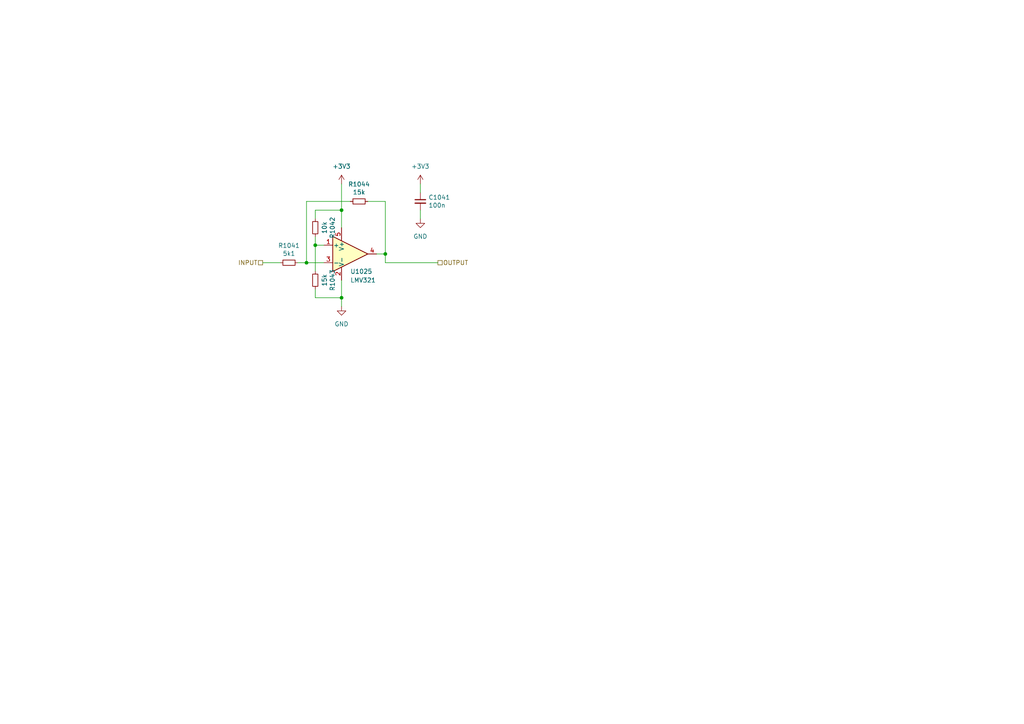
<source format=kicad_sch>
(kicad_sch (version 20231120) (generator "eeschema") (generator_version "8.0")
  (paper "A4")
  (lib_symbols
    (symbol "Amplifier_Operational:LM321" (pin_names (offset 0.127))
      (property "Reference" "U" (at 0 7.62 0))
      (property "Value" "LM321" (at 0 5.08 0))
      (symbol "LM321_0_1"
        (polyline (pts (xy -5.08 5.08) (xy 5.08 0) (xy -5.08 -5.08) (xy -5.08 5.08)) (stroke (width 0.254)) (fill (type background)))
      )
      (symbol "LM321_1_1"
        (pin input line (at -7.62 2.54 0) (length 2.54) (name "+") (number "1"))
        (pin power_in line (at -2.54 -7.62 90) (length 3.81) (name "V-") (number "2"))
        (pin input line (at -7.62 -2.54 0) (length 2.54) (name "-") (number "3"))
        (pin output line (at 7.62 0 180) (length 2.54) (name "~") (number "4"))
        (pin power_in line (at -2.54 7.62 270) (length 3.81) (name "V+") (number "5"))
      )
    )
    (symbol "power:+3V3" (power) (pin_names (offset 0))
      (property "Value" "+3V3" (at 0 3.556 0))
      (symbol "+3V3_0_1"
        (polyline (pts (xy -0.762 1.27) (xy 0 2.54)))
        (polyline (pts (xy 0 0) (xy 0 2.54)))
        (polyline (pts (xy 0 2.54) (xy 0.762 1.27)))
      )
      (symbol "+3V3_1_1"
        (pin power_in line (at 0 0 90) (length 0) hide (name "+3V3") (number "1"))
      )
    )
    (symbol "power:GND" (power) (pin_names (offset 0))
      (property "Value" "GND" (at 0 -3.81 0))
      (symbol "GND_0_1"
        (polyline (pts (xy 0 0) (xy 0 -1.27) (xy 1.27 -1.27) (xy 0 -2.54) (xy -1.27 -1.27) (xy 0 -1.27)))
      )
      (symbol "GND_1_1"
        (pin power_in line (at 0 0 270) (length 0) hide (name "GND") (number "1"))
      )
    )
    (symbol "suku_basics:CAP" (pin_numbers hide) (pin_names (offset 0.254) hide)
      (property "Reference" "C" (at 0.254 1.778 0))
      (symbol "CAP_0_1"
        (polyline (pts (xy -1.524 -0.508) (xy 1.524 -0.508)) (stroke (width 0.3302)))
        (polyline (pts (xy -1.524 0.508) (xy 1.524 0.508)) (stroke (width 0.3048)))
      )
      (symbol "CAP_1_1"
        (pin passive line (at 0 2.54 270) (length 2.032) (name "~") (number "1"))
        (pin passive line (at 0 -2.54 90) (length 2.032) (name "~") (number "2"))
      )
    )
    (symbol "suku_basics:RES" (pin_numbers hide) (pin_names (offset 0.254) hide)
      (property "Reference" "R" (at 0.762 0.508 0))
      (symbol "RES_1_1"
        (rectangle (start -0.762 1.778) (end 0.762 -1.778) (stroke (width 0.2032)))
        (pin passive line (at 0 2.54 270) (length 0.762) (name "~") (number "1"))
        (pin passive line (at 0 -2.54 90) (length 0.762) (name "~") (number "2"))
      )
    )
  )
  (junction (at 111.76 73.66))
  (junction (at 91.44 71.12))
  (junction (at 99.06 60.96))
  (junction (at 99.06 86.36))
  (junction (at 88.9 76.2))
  (wire (pts (xy 91.44 63.5) (xy 91.44 60.96)))
  (wire (pts (xy 88.9 76.2) (xy 93.98 76.2)))
  (wire (pts (xy 111.76 76.2) (xy 127 76.2)))
  (wire (pts (xy 101.6 58.42) (xy 88.9 58.42)))
  (wire (pts (xy 91.44 86.36) (xy 99.06 86.36)))
  (wire (pts (xy 91.44 71.12) (xy 91.44 78.74)))
  (wire (pts (xy 88.9 58.42) (xy 88.9 76.2)))
  (wire (pts (xy 86.36 76.2) (xy 88.9 76.2)))
  (wire (pts (xy 111.76 58.42) (xy 111.76 73.66)))
  (wire (pts (xy 99.06 86.36) (xy 99.06 81.28)))
  (wire (pts (xy 99.06 53.34) (xy 99.06 60.96)))
  (wire (pts (xy 111.76 73.66) (xy 111.76 76.2)))
  (wire (pts (xy 99.06 60.96) (xy 99.06 66.04)))
  (wire (pts (xy 93.98 71.12) (xy 91.44 71.12)))
  (wire (pts (xy 76.2 76.2) (xy 81.28 76.2)))
  (wire (pts (xy 91.44 71.12) (xy 91.44 68.58)))
  (wire (pts (xy 121.92 53.34) (xy 121.92 55.88)))
  (wire (pts (xy 111.76 73.66) (xy 109.22 73.66)))
  (wire (pts (xy 121.92 60.96) (xy 121.92 63.5)))
  (wire (pts (xy 91.44 83.82) (xy 91.44 86.36)))
  (wire (pts (xy 91.44 60.96) (xy 99.06 60.96)))
  (wire (pts (xy 99.06 88.9) (xy 99.06 86.36)))
  (wire (pts (xy 106.68 58.42) (xy 111.76 58.42)))
  (hierarchical_label "OUTPUT" (shape passive) (at 127 76.2 0))
  (hierarchical_label "INPUT" (shape passive) (at 76.2 76.2 180))
  (symbol (lib_id "suku_basics:RES") (at 91.44 66.04 180) (unit 1)
    (property "Reference" "R1042" (at 96.4184 66.04 90))
    (property "Value" "10k" (at 94.107 66.04 90))
    (property "Footprint" "suku_basics:RES_0402" (effects (hide yes)))
    (instances (project "PCBA-BU16" (path "" (reference "R1042") (unit 1)) (path "" (reference "R1034") (unit 1)) (path "" (reference "R1018") (unit 1)) (path "" (reference "R1022") (unit 1)) (path "" (reference "R1026") (unit 1)) (path "" (reference "R1030") (unit 1)) (path "" (reference "R1046") (unit 1)) (path "" (reference "R1038") (unit 1)) (path "" (reference "R1074") (unit 1)) (path "" (reference "R1066") (unit 1)) (path "" (reference "R1050") (unit 1)) (path "" (reference "R1054") (unit 1)) (path "" (reference "R1058") (unit 1)) (path "" (reference "R1062") (unit 1)) (path "" (reference "R1078") (unit 1)) (path "" (reference "R1070") (unit 1))))
  )
  (symbol (lib_id "suku_basics:RES") (at 83.82 76.2 270) (unit 1)
    (property "Reference" "R1041" (at 83.82 71.2216 90))
    (property "Value" "5k1" (at 83.82 73.533 90))
    (property "Footprint" "suku_basics:RES_0402" (effects (hide yes)))
    (instances (project "PCBA-BU16" (path "" (reference "R1041") (unit 1)) (path "" (reference "R1033") (unit 1)) (path "" (reference "R1017") (unit 1)) (path "" (reference "R1021") (unit 1)) (path "" (reference "R1025") (unit 1)) (path "" (reference "R1029") (unit 1)) (path "" (reference "R1045") (unit 1)) (path "" (reference "R1037") (unit 1)) (path "" (reference "R1073") (unit 1)) (path "" (reference "R1065") (unit 1)) (path "" (reference "R1049") (unit 1)) (path "" (reference "R1053") (unit 1)) (path "" (reference "R1057") (unit 1)) (path "" (reference "R1061") (unit 1)) (path "" (reference "R1077") (unit 1)) (path "" (reference "R1069") (unit 1))))
  )
  (symbol (lib_id "Amplifier_Operational:LM321") (at 101.6 73.66 0) (unit 1)
    (property "Reference" "U1025" (at 101.6 78.74 0) (effects (justify left)))
    (property "Value" "LMV321" (at 101.6 81.28 0) (effects (justify left)))
    (property "Footprint" "suku_basics:SOT-23-5" (effects (hide yes)))
    (property "Datasheet" "http://www.ti.com/lit/ds/symlink/lm321.pdf" (effects (hide yes)))
    (property "Part" "C90297" (effects (hide yes)))
    (instances (project "PCBA-BU16" (path "" (reference "U1025") (unit 1)) (path "" (reference "U1023") (unit 1)) (path "" (reference "U1019") (unit 1)) (path "" (reference "U1020") (unit 1)) (path "" (reference "U1021") (unit 1)) (path "" (reference "U1022") (unit 1)) (path "" (reference "U1026") (unit 1)) (path "" (reference "U1024") (unit 1)) (path "" (reference "U1033") (unit 1)) (path "" (reference "U1031") (unit 1)) (path "" (reference "U1027") (unit 1)) (path "" (reference "U1028") (unit 1)) (path "" (reference "U1029") (unit 1)) (path "" (reference "U1030") (unit 1)) (path "" (reference "U1034") (unit 1)) (path "" (reference "U1032") (unit 1))))
  )
  (symbol (lib_id "suku_basics:RES") (at 91.44 81.28 180) (unit 1)
    (property "Reference" "R1043" (at 96.4184 81.28 90))
    (property "Value" "15k" (at 94.107 81.28 90))
    (property "Footprint" "suku_basics:RES_0402" (effects (hide yes)))
    (instances (project "PCBA-BU16" (path "" (reference "R1043") (unit 1)) (path "" (reference "R1035") (unit 1)) (path "" (reference "R1019") (unit 1)) (path "" (reference "R1023") (unit 1)) (path "" (reference "R1027") (unit 1)) (path "" (reference "R1031") (unit 1)) (path "" (reference "R1047") (unit 1)) (path "" (reference "R1039") (unit 1)) (path "" (reference "R1075") (unit 1)) (path "" (reference "R1067") (unit 1)) (path "" (reference "R1051") (unit 1)) (path "" (reference "R1055") (unit 1)) (path "" (reference "R1059") (unit 1)) (path "" (reference "R1063") (unit 1)) (path "" (reference "R1079") (unit 1)) (path "" (reference "R1071") (unit 1))))
  )
  (symbol (lib_id "power:GND") (at 99.06 88.9 0) (mirror y) (unit 1)
    (property "Reference" "#PWR01131" (effects (hide yes)))
    (property "Value" "GND" (at 99.06 93.98 0))
    (property "Description" "Power symbol creates a global label with name \"GND\" , ground" (effects (hide yes)))
    (instances (project "PCBA-BU16" (path "" (reference "#PWR01131") (unit 1)) (path "" (reference "#PWR01123") (unit 1)) (path "" (reference "#PWR01107") (unit 1)) (path "" (reference "#PWR01111") (unit 1)) (path "" (reference "#PWR01115") (unit 1)) (path "" (reference "#PWR01119") (unit 1)) (path "" (reference "#PWR01135") (unit 1)) (path "" (reference "#PWR01127") (unit 1)) (path "" (reference "#PWR01163") (unit 1)) (path "" (reference "#PWR01155") (unit 1)) (path "" (reference "#PWR01139") (unit 1)) (path "" (reference "#PWR01143") (unit 1)) (path "" (reference "#PWR01147") (unit 1)) (path "" (reference "#PWR01151") (unit 1)) (path "" (reference "#PWR01167") (unit 1)) (path "" (reference "#PWR01159") (unit 1))))
  )
  (symbol (lib_id "suku_basics:CAP") (at 121.92 58.42 0) (unit 1)
    (property "Reference" "C1041" (at 124.2568 57.2516 0) (effects (justify left)))
    (property "Value" "100n" (at 124.2568 59.563 0) (effects (justify left)))
    (property "Footprint" "suku_basics:CAP_0402" (effects (hide yes)))
    (instances (project "PCBA-BU16" (path "" (reference "C1041") (unit 1)) (path "" (reference "C1039") (unit 1)) (path "" (reference "C1035") (unit 1)) (path "" (reference "C1036") (unit 1)) (path "" (reference "C1037") (unit 1)) (path "" (reference "C1038") (unit 1)) (path "" (reference "C1042") (unit 1)) (path "" (reference "C1040") (unit 1)) (path "" (reference "C1049") (unit 1)) (path "" (reference "C1047") (unit 1)) (path "" (reference "C1043") (unit 1)) (path "" (reference "C1044") (unit 1)) (path "" (reference "C1045") (unit 1)) (path "" (reference "C1046") (unit 1)) (path "" (reference "C1050") (unit 1)) (path "" (reference "C1048") (unit 1))))
  )
  (symbol (lib_id "power:+3V3") (at 99.06 53.34 0) (unit 1)
    (property "Reference" "#PWR01130" (effects (hide yes)))
    (property "Value" "+3V3" (at 99.06 48.26 0))
    (instances (project "PCBA-BU16" (path "" (reference "#PWR01130") (unit 1)) (path "" (reference "#PWR01122") (unit 1)) (path "" (reference "#PWR01106") (unit 1)) (path "" (reference "#PWR01110") (unit 1)) (path "" (reference "#PWR01114") (unit 1)) (path "" (reference "#PWR01118") (unit 1)) (path "" (reference "#PWR01134") (unit 1)) (path "" (reference "#PWR01126") (unit 1)) (path "" (reference "#PWR01162") (unit 1)) (path "" (reference "#PWR01154") (unit 1)) (path "" (reference "#PWR01138") (unit 1)) (path "" (reference "#PWR01142") (unit 1)) (path "" (reference "#PWR01146") (unit 1)) (path "" (reference "#PWR01150") (unit 1)) (path "" (reference "#PWR01166") (unit 1)) (path "" (reference "#PWR01158") (unit 1))))
  )
  (symbol (lib_id "suku_basics:RES") (at 104.14 58.42 270) (unit 1)
    (property "Reference" "R1044" (at 104.14 53.4416 90))
    (property "Value" "15k" (at 104.14 55.753 90))
    (property "Footprint" "suku_basics:RES_0402" (effects (hide yes)))
    (instances (project "PCBA-BU16" (path "" (reference "R1044") (unit 1)) (path "" (reference "R1036") (unit 1)) (path "" (reference "R1020") (unit 1)) (path "" (reference "R1024") (unit 1)) (path "" (reference "R1028") (unit 1)) (path "" (reference "R1032") (unit 1)) (path "" (reference "R1048") (unit 1)) (path "" (reference "R1040") (unit 1)) (path "" (reference "R1076") (unit 1)) (path "" (reference "R1068") (unit 1)) (path "" (reference "R1052") (unit 1)) (path "" (reference "R1056") (unit 1)) (path "" (reference "R1060") (unit 1)) (path "" (reference "R1064") (unit 1)) (path "" (reference "R1080") (unit 1)) (path "" (reference "R1072") (unit 1))))
  )
  (symbol (lib_id "power:GND") (at 121.92 63.5 0) (mirror y) (unit 1)
    (property "Reference" "#PWR01133" (effects (hide yes)))
    (property "Value" "GND" (at 121.92 68.58 0))
    (property "Description" "Power symbol creates a global label with name \"GND\" , ground" (effects (hide yes)))
    (instances (project "PCBA-BU16" (path "" (reference "#PWR01133") (unit 1)) (path "" (reference "#PWR01125") (unit 1)) (path "" (reference "#PWR01109") (unit 1)) (path "" (reference "#PWR01113") (unit 1)) (path "" (reference "#PWR01117") (unit 1)) (path "" (reference "#PWR01121") (unit 1)) (path "" (reference "#PWR01137") (unit 1)) (path "" (reference "#PWR01129") (unit 1)) (path "" (reference "#PWR01165") (unit 1)) (path "" (reference "#PWR01157") (unit 1)) (path "" (reference "#PWR01141") (unit 1)) (path "" (reference "#PWR01145") (unit 1)) (path "" (reference "#PWR01149") (unit 1)) (path "" (reference "#PWR01153") (unit 1)) (path "" (reference "#PWR01169") (unit 1)) (path "" (reference "#PWR01161") (unit 1))))
  )
  (symbol (lib_id "power:+3V3") (at 121.92 53.34 0) (unit 1)
    (property "Reference" "#PWR01132" (effects (hide yes)))
    (property "Value" "+3V3" (at 121.92 48.26 0))
    (instances (project "PCBA-BU16" (path "" (reference "#PWR01132") (unit 1)) (path "" (reference "#PWR01124") (unit 1)) (path "" (reference "#PWR01108") (unit 1)) (path "" (reference "#PWR01112") (unit 1)) (path "" (reference "#PWR01116") (unit 1)) (path "" (reference "#PWR01120") (unit 1)) (path "" (reference "#PWR01136") (unit 1)) (path "" (reference "#PWR01128") (unit 1)) (path "" (reference "#PWR01164") (unit 1)) (path "" (reference "#PWR01156") (unit 1)) (path "" (reference "#PWR01140") (unit 1)) (path "" (reference "#PWR01144") (unit 1)) (path "" (reference "#PWR01148") (unit 1)) (path "" (reference "#PWR01152") (unit 1)) (path "" (reference "#PWR01168") (unit 1)) (path "" (reference "#PWR01160") (unit 1))))
  )
)
</source>
